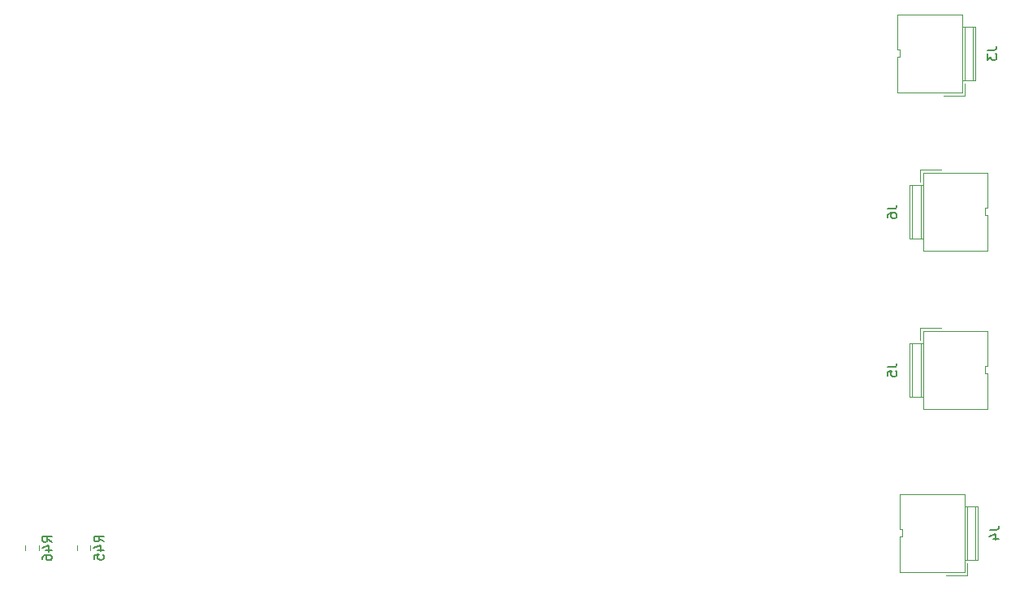
<source format=gbr>
G04 #@! TF.GenerationSoftware,KiCad,Pcbnew,(5.1.2)-2*
G04 #@! TF.CreationDate,2019-11-04T11:05:10-03:00*
G04 #@! TF.ProjectId,PCB,5043422e-6b69-4636-9164-5f7063625858,rev?*
G04 #@! TF.SameCoordinates,Original*
G04 #@! TF.FileFunction,Legend,Bot*
G04 #@! TF.FilePolarity,Positive*
%FSLAX46Y46*%
G04 Gerber Fmt 4.6, Leading zero omitted, Abs format (unit mm)*
G04 Created by KiCad (PCBNEW (5.1.2)-2) date 2019-11-04 11:05:10*
%MOMM*%
%LPD*%
G04 APERTURE LIST*
%ADD10C,0.120000*%
%ADD11C,0.150000*%
G04 APERTURE END LIST*
D10*
X260874840Y-66631760D02*
X258674840Y-66631760D01*
X260874840Y-65331760D02*
X260874840Y-66631760D01*
X253844840Y-61841760D02*
X253844840Y-58161760D01*
X253844840Y-62611760D02*
X253844840Y-66291760D01*
X253844840Y-62611760D02*
X254104840Y-62611760D01*
X254104840Y-62611760D02*
X254104840Y-61841760D01*
X254104840Y-61841760D02*
X253844840Y-61841760D01*
X260834840Y-65021760D02*
X260834840Y-59431760D01*
X261724840Y-65021760D02*
X261724840Y-59431760D01*
X260584840Y-58161760D02*
X258674840Y-58161760D01*
X260584840Y-66291760D02*
X258674840Y-66291760D01*
X261974840Y-65021760D02*
X261974840Y-59431760D01*
X260584840Y-59431760D02*
X261974840Y-59431760D01*
X260584840Y-65021760D02*
X261974840Y-65021760D01*
X260584840Y-66291760D02*
X260584840Y-58161760D01*
X258674840Y-66291760D02*
X253844840Y-66291760D01*
X253844840Y-58161760D02*
X258674840Y-58161760D01*
X254098840Y-108199760D02*
X258928840Y-108199760D01*
X258928840Y-116329760D02*
X254098840Y-116329760D01*
X260838840Y-116329760D02*
X260838840Y-108199760D01*
X260838840Y-115059760D02*
X262228840Y-115059760D01*
X260838840Y-109469760D02*
X262228840Y-109469760D01*
X262228840Y-115059760D02*
X262228840Y-109469760D01*
X260838840Y-116329760D02*
X258928840Y-116329760D01*
X260838840Y-108199760D02*
X258928840Y-108199760D01*
X261978840Y-115059760D02*
X261978840Y-109469760D01*
X261088840Y-115059760D02*
X261088840Y-109469760D01*
X254358840Y-111879760D02*
X254098840Y-111879760D01*
X254358840Y-112649760D02*
X254358840Y-111879760D01*
X254098840Y-112649760D02*
X254358840Y-112649760D01*
X254098840Y-112649760D02*
X254098840Y-116329760D01*
X254098840Y-111879760D02*
X254098840Y-108199760D01*
X261128840Y-115369760D02*
X261128840Y-116669760D01*
X261128840Y-116669760D02*
X258928840Y-116669760D01*
X256220840Y-90841760D02*
X258420840Y-90841760D01*
X256220840Y-92141760D02*
X256220840Y-90841760D01*
X263250840Y-95631760D02*
X263250840Y-99311760D01*
X263250840Y-94861760D02*
X263250840Y-91181760D01*
X263250840Y-94861760D02*
X262990840Y-94861760D01*
X262990840Y-94861760D02*
X262990840Y-95631760D01*
X262990840Y-95631760D02*
X263250840Y-95631760D01*
X256260840Y-92451760D02*
X256260840Y-98041760D01*
X255370840Y-92451760D02*
X255370840Y-98041760D01*
X256510840Y-99311760D02*
X258420840Y-99311760D01*
X256510840Y-91181760D02*
X258420840Y-91181760D01*
X255120840Y-92451760D02*
X255120840Y-98041760D01*
X256510840Y-98041760D02*
X255120840Y-98041760D01*
X256510840Y-92451760D02*
X255120840Y-92451760D01*
X256510840Y-91181760D02*
X256510840Y-99311760D01*
X258420840Y-91181760D02*
X263250840Y-91181760D01*
X263250840Y-99311760D02*
X258420840Y-99311760D01*
X263250840Y-82801760D02*
X258420840Y-82801760D01*
X258420840Y-74671760D02*
X263250840Y-74671760D01*
X256510840Y-74671760D02*
X256510840Y-82801760D01*
X256510840Y-75941760D02*
X255120840Y-75941760D01*
X256510840Y-81531760D02*
X255120840Y-81531760D01*
X255120840Y-75941760D02*
X255120840Y-81531760D01*
X256510840Y-74671760D02*
X258420840Y-74671760D01*
X256510840Y-82801760D02*
X258420840Y-82801760D01*
X255370840Y-75941760D02*
X255370840Y-81531760D01*
X256260840Y-75941760D02*
X256260840Y-81531760D01*
X262990840Y-79121760D02*
X263250840Y-79121760D01*
X262990840Y-78351760D02*
X262990840Y-79121760D01*
X263250840Y-78351760D02*
X262990840Y-78351760D01*
X263250840Y-78351760D02*
X263250840Y-74671760D01*
X263250840Y-79121760D02*
X263250840Y-82801760D01*
X256220840Y-75631760D02*
X256220840Y-74331760D01*
X256220840Y-74331760D02*
X258420840Y-74331760D01*
X169710000Y-114061252D02*
X169710000Y-113538748D01*
X168290000Y-114061252D02*
X168290000Y-113538748D01*
X162890000Y-114086252D02*
X162890000Y-113563748D01*
X164310000Y-114086252D02*
X164310000Y-113563748D01*
D11*
X263207220Y-61888426D02*
X263921506Y-61888426D01*
X264064363Y-61840807D01*
X264159601Y-61745569D01*
X264207220Y-61602712D01*
X264207220Y-61507474D01*
X263207220Y-62269379D02*
X263207220Y-62888426D01*
X263588173Y-62555093D01*
X263588173Y-62697950D01*
X263635792Y-62793188D01*
X263683411Y-62840807D01*
X263778649Y-62888426D01*
X264016744Y-62888426D01*
X264111982Y-62840807D01*
X264159601Y-62793188D01*
X264207220Y-62697950D01*
X264207220Y-62412236D01*
X264159601Y-62316998D01*
X264111982Y-62269379D01*
X263461220Y-111926426D02*
X264175506Y-111926426D01*
X264318363Y-111878807D01*
X264413601Y-111783569D01*
X264461220Y-111640712D01*
X264461220Y-111545474D01*
X263794554Y-112831188D02*
X264461220Y-112831188D01*
X263413601Y-112593093D02*
X264127887Y-112354998D01*
X264127887Y-112974045D01*
X252793220Y-94918426D02*
X253507506Y-94918426D01*
X253650363Y-94870807D01*
X253745601Y-94775569D01*
X253793220Y-94632712D01*
X253793220Y-94537474D01*
X252793220Y-95870807D02*
X252793220Y-95394617D01*
X253269411Y-95346998D01*
X253221792Y-95394617D01*
X253174173Y-95489855D01*
X253174173Y-95727950D01*
X253221792Y-95823188D01*
X253269411Y-95870807D01*
X253364649Y-95918426D01*
X253602744Y-95918426D01*
X253697982Y-95870807D01*
X253745601Y-95823188D01*
X253793220Y-95727950D01*
X253793220Y-95489855D01*
X253745601Y-95394617D01*
X253697982Y-95346998D01*
X252793220Y-78408426D02*
X253507506Y-78408426D01*
X253650363Y-78360807D01*
X253745601Y-78265569D01*
X253793220Y-78122712D01*
X253793220Y-78027474D01*
X252793220Y-79313188D02*
X252793220Y-79122712D01*
X252840840Y-79027474D01*
X252888459Y-78979855D01*
X253031316Y-78884617D01*
X253221792Y-78836998D01*
X253602744Y-78836998D01*
X253697982Y-78884617D01*
X253745601Y-78932236D01*
X253793220Y-79027474D01*
X253793220Y-79217950D01*
X253745601Y-79313188D01*
X253697982Y-79360807D01*
X253602744Y-79408426D01*
X253364649Y-79408426D01*
X253269411Y-79360807D01*
X253221792Y-79313188D01*
X253174173Y-79217950D01*
X253174173Y-79027474D01*
X253221792Y-78932236D01*
X253269411Y-78884617D01*
X253364649Y-78836998D01*
X171102380Y-113157142D02*
X170626190Y-112823809D01*
X171102380Y-112585714D02*
X170102380Y-112585714D01*
X170102380Y-112966666D01*
X170150000Y-113061904D01*
X170197619Y-113109523D01*
X170292857Y-113157142D01*
X170435714Y-113157142D01*
X170530952Y-113109523D01*
X170578571Y-113061904D01*
X170626190Y-112966666D01*
X170626190Y-112585714D01*
X170435714Y-114014285D02*
X171102380Y-114014285D01*
X170054761Y-113776190D02*
X170769047Y-113538095D01*
X170769047Y-114157142D01*
X170102380Y-115014285D02*
X170102380Y-114538095D01*
X170578571Y-114490476D01*
X170530952Y-114538095D01*
X170483333Y-114633333D01*
X170483333Y-114871428D01*
X170530952Y-114966666D01*
X170578571Y-115014285D01*
X170673809Y-115061904D01*
X170911904Y-115061904D01*
X171007142Y-115014285D01*
X171054761Y-114966666D01*
X171102380Y-114871428D01*
X171102380Y-114633333D01*
X171054761Y-114538095D01*
X171007142Y-114490476D01*
X165702380Y-113182142D02*
X165226190Y-112848809D01*
X165702380Y-112610714D02*
X164702380Y-112610714D01*
X164702380Y-112991666D01*
X164750000Y-113086904D01*
X164797619Y-113134523D01*
X164892857Y-113182142D01*
X165035714Y-113182142D01*
X165130952Y-113134523D01*
X165178571Y-113086904D01*
X165226190Y-112991666D01*
X165226190Y-112610714D01*
X165035714Y-114039285D02*
X165702380Y-114039285D01*
X164654761Y-113801190D02*
X165369047Y-113563095D01*
X165369047Y-114182142D01*
X164702380Y-114991666D02*
X164702380Y-114801190D01*
X164750000Y-114705952D01*
X164797619Y-114658333D01*
X164940476Y-114563095D01*
X165130952Y-114515476D01*
X165511904Y-114515476D01*
X165607142Y-114563095D01*
X165654761Y-114610714D01*
X165702380Y-114705952D01*
X165702380Y-114896428D01*
X165654761Y-114991666D01*
X165607142Y-115039285D01*
X165511904Y-115086904D01*
X165273809Y-115086904D01*
X165178571Y-115039285D01*
X165130952Y-114991666D01*
X165083333Y-114896428D01*
X165083333Y-114705952D01*
X165130952Y-114610714D01*
X165178571Y-114563095D01*
X165273809Y-114515476D01*
M02*

</source>
